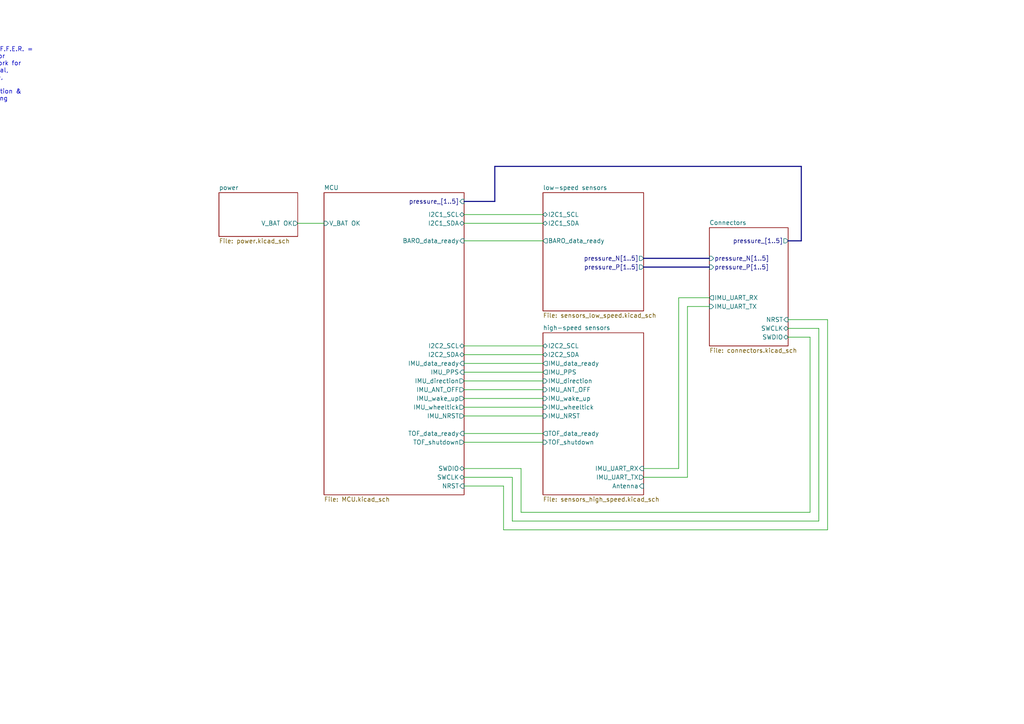
<source format=kicad_sch>
(kicad_sch
	(version 20231120)
	(generator "eeschema")
	(generator_version "8.0")
	(uuid "d28bbbff-f315-483a-a641-0ab02ae61a95")
	(paper "A4")
	(lib_symbols)
	(wire
		(pts
			(xy 134.62 110.49) (xy 157.48 110.49)
		)
		(stroke
			(width 0)
			(type default)
		)
		(uuid "02caa81e-92de-4ab1-a518-71be19ea8a94")
	)
	(wire
		(pts
			(xy 134.62 100.33) (xy 157.48 100.33)
		)
		(stroke
			(width 0)
			(type default)
		)
		(uuid "09a24865-7603-4392-97dc-1bfcb02ad121")
	)
	(wire
		(pts
			(xy 151.13 148.59) (xy 234.95 148.59)
		)
		(stroke
			(width 0)
			(type default)
		)
		(uuid "1b3413ca-1a5c-44bd-8fa1-0c1132ff261b")
	)
	(wire
		(pts
			(xy 134.62 120.65) (xy 157.48 120.65)
		)
		(stroke
			(width 0)
			(type default)
		)
		(uuid "1d5b72bc-5e7b-4b26-ac73-7d145942acff")
	)
	(wire
		(pts
			(xy 148.59 151.13) (xy 237.49 151.13)
		)
		(stroke
			(width 0)
			(type default)
		)
		(uuid "26d1a460-44fd-4771-b22d-f911a2fdc498")
	)
	(wire
		(pts
			(xy 234.95 97.79) (xy 234.95 148.59)
		)
		(stroke
			(width 0)
			(type default)
		)
		(uuid "294ff561-e9a9-44d5-8093-129368ed6874")
	)
	(wire
		(pts
			(xy 146.05 153.67) (xy 240.03 153.67)
		)
		(stroke
			(width 0)
			(type default)
		)
		(uuid "372c80e6-5570-4ea7-b046-2b5d6fc0c9cb")
	)
	(wire
		(pts
			(xy 134.62 107.95) (xy 157.48 107.95)
		)
		(stroke
			(width 0)
			(type default)
		)
		(uuid "3a009aea-8e5e-4c9c-9f92-8947f89304fe")
	)
	(bus
		(pts
			(xy 232.41 48.26) (xy 232.41 69.85)
		)
		(stroke
			(width 0)
			(type default)
		)
		(uuid "3d93120b-8455-490d-a26e-be4d14eb170c")
	)
	(wire
		(pts
			(xy 134.62 135.89) (xy 151.13 135.89)
		)
		(stroke
			(width 0)
			(type default)
		)
		(uuid "44153e70-3db4-4900-84bd-37ffb5f084d6")
	)
	(wire
		(pts
			(xy 134.62 69.85) (xy 157.48 69.85)
		)
		(stroke
			(width 0)
			(type default)
		)
		(uuid "4dcda409-63c1-40b6-b0fc-1c0616495574")
	)
	(wire
		(pts
			(xy 146.05 140.97) (xy 146.05 153.67)
		)
		(stroke
			(width 0)
			(type default)
		)
		(uuid "4dcf4148-8536-4d9f-960d-8a3fcec5b91b")
	)
	(wire
		(pts
			(xy 186.69 135.89) (xy 196.85 135.89)
		)
		(stroke
			(width 0)
			(type default)
		)
		(uuid "4f67b7ff-6fc6-4a4a-9270-624b3132b1cb")
	)
	(wire
		(pts
			(xy 228.6 97.79) (xy 234.95 97.79)
		)
		(stroke
			(width 0)
			(type default)
		)
		(uuid "5312064e-b032-4c61-b8f8-0356183ea4d9")
	)
	(wire
		(pts
			(xy 134.62 62.23) (xy 157.48 62.23)
		)
		(stroke
			(width 0)
			(type default)
		)
		(uuid "6f31f765-8ab9-4d76-b0f7-45d4140d2bb5")
	)
	(wire
		(pts
			(xy 199.39 88.9) (xy 205.74 88.9)
		)
		(stroke
			(width 0)
			(type default)
		)
		(uuid "7230a080-89f2-4a76-a0c6-dd195f3f98e9")
	)
	(wire
		(pts
			(xy 237.49 95.25) (xy 228.6 95.25)
		)
		(stroke
			(width 0)
			(type default)
		)
		(uuid "751bda6f-0dd3-46c5-b2fe-8dc016602b44")
	)
	(bus
		(pts
			(xy 143.51 48.26) (xy 232.41 48.26)
		)
		(stroke
			(width 0)
			(type default)
		)
		(uuid "78d448e8-831e-4571-b1fb-19fc40f5c0b3")
	)
	(wire
		(pts
			(xy 134.62 128.27) (xy 157.48 128.27)
		)
		(stroke
			(width 0)
			(type default)
		)
		(uuid "934ed13f-7c9e-40d8-b8f1-adef19e192df")
	)
	(bus
		(pts
			(xy 134.62 58.42) (xy 143.51 58.42)
		)
		(stroke
			(width 0)
			(type default)
		)
		(uuid "9f19ed09-28e2-4dda-a2bf-2757144f993b")
	)
	(bus
		(pts
			(xy 228.6 69.85) (xy 232.41 69.85)
		)
		(stroke
			(width 0)
			(type default)
		)
		(uuid "a0426192-00c2-4061-bc72-f9a2f0a8de69")
	)
	(wire
		(pts
			(xy 134.62 113.03) (xy 157.48 113.03)
		)
		(stroke
			(width 0)
			(type default)
		)
		(uuid "a0be96fa-4e02-42b3-b08a-3412d1fa0a56")
	)
	(wire
		(pts
			(xy 237.49 151.13) (xy 237.49 95.25)
		)
		(stroke
			(width 0)
			(type default)
		)
		(uuid "a41a0003-55fa-4bdc-86fc-baeb5634c510")
	)
	(wire
		(pts
			(xy 240.03 153.67) (xy 240.03 92.71)
		)
		(stroke
			(width 0)
			(type default)
		)
		(uuid "a50482f2-4fed-42c0-a558-7cf7a8cc66b0")
	)
	(wire
		(pts
			(xy 134.62 138.43) (xy 148.59 138.43)
		)
		(stroke
			(width 0)
			(type default)
		)
		(uuid "af883f5e-f0aa-4650-a33f-e9df82c4522f")
	)
	(wire
		(pts
			(xy 199.39 138.43) (xy 199.39 88.9)
		)
		(stroke
			(width 0)
			(type default)
		)
		(uuid "b924b375-e02e-4e95-986d-df936a024ca6")
	)
	(wire
		(pts
			(xy 134.62 102.87) (xy 157.48 102.87)
		)
		(stroke
			(width 0)
			(type default)
		)
		(uuid "b9b65b29-bfc1-489a-a4ef-f9b00120349c")
	)
	(wire
		(pts
			(xy 134.62 64.77) (xy 157.48 64.77)
		)
		(stroke
			(width 0)
			(type default)
		)
		(uuid "c265a903-8e0d-44ca-8f0b-4bd7f25db3bd")
	)
	(wire
		(pts
			(xy 134.62 125.73) (xy 157.48 125.73)
		)
		(stroke
			(width 0)
			(type default)
		)
		(uuid "ca76447e-94e4-4f1e-a879-1711b02d6020")
	)
	(bus
		(pts
			(xy 186.69 77.47) (xy 205.74 77.47)
		)
		(stroke
			(width 0)
			(type default)
		)
		(uuid "cba66eb6-3ad5-4e14-aba7-3b543532ed80")
	)
	(bus
		(pts
			(xy 143.51 58.42) (xy 143.51 48.26)
		)
		(stroke
			(width 0)
			(type default)
		)
		(uuid "cf28056d-3c07-45d0-8150-1bb706b2b07e")
	)
	(bus
		(pts
			(xy 186.69 74.93) (xy 205.74 74.93)
		)
		(stroke
			(width 0)
			(type default)
		)
		(uuid "cf2bfad8-ffc6-4287-ac4d-68ecdc8b042e")
	)
	(wire
		(pts
			(xy 134.62 115.57) (xy 157.48 115.57)
		)
		(stroke
			(width 0)
			(type default)
		)
		(uuid "d0dad445-5425-4a45-a509-8968821213ad")
	)
	(wire
		(pts
			(xy 186.69 138.43) (xy 199.39 138.43)
		)
		(stroke
			(width 0)
			(type default)
		)
		(uuid "d721b0ed-f95e-4aa5-a568-236bac936277")
	)
	(wire
		(pts
			(xy 196.85 86.36) (xy 205.74 86.36)
		)
		(stroke
			(width 0)
			(type default)
		)
		(uuid "d74f6127-b1d5-4436-aaa2-f5cf66f33f36")
	)
	(wire
		(pts
			(xy 151.13 135.89) (xy 151.13 148.59)
		)
		(stroke
			(width 0)
			(type default)
		)
		(uuid "dd38af77-eca9-4565-a85c-1146ff7b5470")
	)
	(wire
		(pts
			(xy 86.36 64.77) (xy 93.98 64.77)
		)
		(stroke
			(width 0)
			(type default)
		)
		(uuid "dd9b3fb6-f0d1-4e38-93a5-10ca1a23c952")
	)
	(wire
		(pts
			(xy 134.62 105.41) (xy 157.48 105.41)
		)
		(stroke
			(width 0)
			(type default)
		)
		(uuid "e356a215-f771-495c-b2c1-196605a809af")
	)
	(wire
		(pts
			(xy 134.62 140.97) (xy 146.05 140.97)
		)
		(stroke
			(width 0)
			(type default)
		)
		(uuid "e675a715-9b9c-431d-b6da-1d4efc055fa3")
	)
	(wire
		(pts
			(xy 196.85 135.89) (xy 196.85 86.36)
		)
		(stroke
			(width 0)
			(type default)
		)
		(uuid "e73efdc9-c11a-4ac9-8815-1358d27dc672")
	)
	(wire
		(pts
			(xy 148.59 138.43) (xy 148.59 151.13)
		)
		(stroke
			(width 0)
			(type default)
		)
		(uuid "eda49212-6bcb-4d52-b3de-2331554de2e5")
	)
	(wire
		(pts
			(xy 240.03 92.71) (xy 228.6 92.71)
		)
		(stroke
			(width 0)
			(type default)
		)
		(uuid "f7fb22f2-b808-4f6b-8453-a22e4748fbd1")
	)
	(wire
		(pts
			(xy 134.62 118.11) (xy 157.48 118.11)
		)
		(stroke
			(width 0)
			(type default)
		)
		(uuid "fe787687-ef1b-41b5-9a5a-bd4b259844d1")
	)
	(text "S.N.I.F.F.E.R. =\nSensor\nNetwork for\nInertial,\nForce,\nFlow,\nElevation &\nRouting"
		(exclude_from_sim no)
		(at -5.08 21.59 0)
		(effects
			(font
				(size 1.27 1.27)
			)
			(justify left)
		)
		(uuid "4c9d79b7-7828-4e96-a3f3-6369c7a6cd66")
	)
	(sheet
		(at 93.98 55.88)
		(size 40.64 87.63)
		(fields_autoplaced yes)
		(stroke
			(width 0.1524)
			(type solid)
		)
		(fill
			(color 0 0 0 0.0000)
		)
		(uuid "0785642b-4c0c-484d-b0e9-05c81e42b149")
		(property "Sheetname" "MCU"
			(at 93.98 55.1684 0)
			(effects
				(font
					(size 1.27 1.27)
				)
				(justify left bottom)
			)
		)
		(property "Sheetfile" "MCU.kicad_sch"
			(at 93.98 144.0946 0)
			(effects
				(font
					(size 1.27 1.27)
				)
				(justify left top)
			)
		)
		(pin "I2C2_SCL" bidirectional
			(at 134.62 100.33 0)
			(effects
				(font
					(size 1.27 1.27)
				)
				(justify right)
			)
			(uuid "83318e45-4c44-4b26-add6-afb1678dacab")
		)
		(pin "I2C2_SDA" bidirectional
			(at 134.62 102.87 0)
			(effects
				(font
					(size 1.27 1.27)
				)
				(justify right)
			)
			(uuid "f57ecab3-2904-4af7-89e6-8465c80379a4")
		)
		(pin "SWDIO" bidirectional
			(at 134.62 135.89 0)
			(effects
				(font
					(size 1.27 1.27)
				)
				(justify right)
			)
			(uuid "ccf8235f-a6b9-4414-a254-93e8c64b19a6")
		)
		(pin "I2C1_SDA" bidirectional
			(at 134.62 64.77 0)
			(effects
				(font
					(size 1.27 1.27)
				)
				(justify right)
			)
			(uuid "9a6e1688-839d-4a15-a434-1e5e7d7ed1fe")
		)
		(pin "I2C1_SCL" bidirectional
			(at 134.62 62.23 0)
			(effects
				(font
					(size 1.27 1.27)
				)
				(justify right)
			)
			(uuid "dc88e986-ba78-4fcf-a786-a69c88f7dae6")
		)
		(pin "NRST" input
			(at 134.62 140.97 0)
			(effects
				(font
					(size 1.27 1.27)
				)
				(justify right)
			)
			(uuid "f1cef808-815f-47ce-9a10-447c6e8134dd")
		)
		(pin "IMU_wheeltick" output
			(at 134.62 118.11 0)
			(effects
				(font
					(size 1.27 1.27)
				)
				(justify right)
			)
			(uuid "de91b5ce-213c-4449-b65e-9c97a1192108")
		)
		(pin "IMU_NRST" output
			(at 134.62 120.65 0)
			(effects
				(font
					(size 1.27 1.27)
				)
				(justify right)
			)
			(uuid "cedecebb-4a4d-40c5-9c13-e41c866d43a9")
		)
		(pin "TOF_data_ready" input
			(at 134.62 125.73 0)
			(effects
				(font
					(size 1.27 1.27)
				)
				(justify right)
			)
			(uuid "fec0d492-9257-4894-be74-d07376787817")
		)
		(pin "TOF_shutdown" output
			(at 134.62 128.27 0)
			(effects
				(font
					(size 1.27 1.27)
				)
				(justify right)
			)
			(uuid "e2f97e2d-d2df-4212-bcfc-9738aecd9bc6")
		)
		(pin "IMU_data_ready" input
			(at 134.62 105.41 0)
			(effects
				(font
					(size 1.27 1.27)
				)
				(justify right)
			)
			(uuid "ab5a0b35-1f59-474f-8316-bac5527161fe")
		)
		(pin "IMU_PPS" input
			(at 134.62 107.95 0)
			(effects
				(font
					(size 1.27 1.27)
				)
				(justify right)
			)
			(uuid "ff536ad1-bd31-4025-963f-67f34e224d15")
		)
		(pin "IMU_direction" output
			(at 134.62 110.49 0)
			(effects
				(font
					(size 1.27 1.27)
				)
				(justify right)
			)
			(uuid "5a26a798-74ee-442b-94ae-95aa4936f786")
		)
		(pin "IMU_ANT_OFF" output
			(at 134.62 113.03 0)
			(effects
				(font
					(size 1.27 1.27)
				)
				(justify right)
			)
			(uuid "bca3705d-4a79-41eb-a80f-a99116dca283")
		)
		(pin "IMU_wake_up" output
			(at 134.62 115.57 0)
			(effects
				(font
					(size 1.27 1.27)
				)
				(justify right)
			)
			(uuid "0425ef64-8110-48e1-a295-e6dc957137d7")
		)
		(pin "BARO_data_ready" input
			(at 134.62 69.85 0)
			(effects
				(font
					(size 1.27 1.27)
				)
				(justify right)
			)
			(uuid "fbc7902e-08aa-41b0-9d62-24f5d854350f")
		)
		(pin "V_BAT OK" input
			(at 93.98 64.77 180)
			(effects
				(font
					(size 1.27 1.27)
				)
				(justify left)
			)
			(uuid "b96abe88-7a33-48ba-83ea-2a3d97e73fb1")
		)
		(pin "SWCLK" bidirectional
			(at 134.62 138.43 0)
			(effects
				(font
					(size 1.27 1.27)
				)
				(justify right)
			)
			(uuid "c0f941f8-860a-4c6c-ba0d-9eb1edd08182")
		)
		(pin "pressure_[1..5]" input
			(at 134.62 58.42 0)
			(effects
				(font
					(size 1.27 1.27)
				)
				(justify right)
			)
			(uuid "326d823c-9047-4615-9d5f-3d685cffd7dd")
		)
		(instances
			(project "SNIFFER"
				(path "/d28bbbff-f315-483a-a641-0ab02ae61a95"
					(page "3")
				)
			)
		)
	)
	(sheet
		(at 157.48 55.88)
		(size 29.21 34.29)
		(fields_autoplaced yes)
		(stroke
			(width 0.1524)
			(type solid)
		)
		(fill
			(color 0 0 0 0.0000)
		)
		(uuid "14bd5105-f3f4-43e1-8862-1347533ff98c")
		(property "Sheetname" "low-speed sensors"
			(at 157.48 55.1684 0)
			(effects
				(font
					(size 1.27 1.27)
				)
				(justify left bottom)
			)
		)
		(property "Sheetfile" "sensors_low_speed.kicad_sch"
			(at 157.48 90.7546 0)
			(effects
				(font
					(size 1.27 1.27)
				)
				(justify left top)
			)
		)
		(pin "BARO_data_ready" output
			(at 157.48 69.85 180)
			(effects
				(font
					(size 1.27 1.27)
				)
				(justify left)
			)
			(uuid "ad7a261c-6fc9-43f6-956c-50c7a63d1a6b")
		)
		(pin "I2C1_SCL" bidirectional
			(at 157.48 62.23 180)
			(effects
				(font
					(size 1.27 1.27)
				)
				(justify left)
			)
			(uuid "7727e0d4-a72f-41e3-bc34-c77fe1b71f4a")
		)
		(pin "I2C1_SDA" bidirectional
			(at 157.48 64.77 180)
			(effects
				(font
					(size 1.27 1.27)
				)
				(justify left)
			)
			(uuid "550d9ad2-281c-4556-b4c5-580ffaf6eef3")
		)
		(pin "pressure_P[1..5]" output
			(at 186.69 77.47 0)
			(effects
				(font
					(size 1.27 1.27)
				)
				(justify right)
			)
			(uuid "d2616546-6250-40e3-aa32-91692ba25756")
		)
		(pin "pressure_N[1..5]" output
			(at 186.69 74.93 0)
			(effects
				(font
					(size 1.27 1.27)
				)
				(justify right)
			)
			(uuid "225b6b20-3710-4fb7-9479-afb6f7976a2f")
		)
		(instances
			(project "SNIFFER"
				(path "/d28bbbff-f315-483a-a641-0ab02ae61a95"
					(page "6")
				)
			)
		)
	)
	(sheet
		(at 63.5 55.88)
		(size 22.86 12.7)
		(fields_autoplaced yes)
		(stroke
			(width 0.1524)
			(type solid)
		)
		(fill
			(color 0 0 0 0.0000)
		)
		(uuid "35751d3e-bf17-4502-bf8b-8db0352616f8")
		(property "Sheetname" "power"
			(at 63.5 55.1684 0)
			(effects
				(font
					(size 1.27 1.27)
				)
				(justify left bottom)
			)
		)
		(property "Sheetfile" "power.kicad_sch"
			(at 63.5 69.1646 0)
			(effects
				(font
					(size 1.27 1.27)
				)
				(justify left top)
			)
		)
		(pin "V_BAT OK" output
			(at 86.36 64.77 0)
			(effects
				(font
					(size 1.27 1.27)
				)
				(justify right)
			)
			(uuid "aabf1ef0-8452-4643-92b8-a6f6a1b60267")
		)
		(instances
			(project "SNIFFER"
				(path "/d28bbbff-f315-483a-a641-0ab02ae61a95"
					(page "2")
				)
			)
		)
	)
	(sheet
		(at 157.48 96.52)
		(size 29.21 46.99)
		(fields_autoplaced yes)
		(stroke
			(width 0.1524)
			(type solid)
		)
		(fill
			(color 0 0 0 0.0000)
		)
		(uuid "b7aca0c5-164f-4d01-a44e-e2d2fb5f976e")
		(property "Sheetname" "high-speed sensors"
			(at 157.48 95.8084 0)
			(effects
				(font
					(size 1.27 1.27)
				)
				(justify left bottom)
			)
		)
		(property "Sheetfile" "sensors_high_speed.kicad_sch"
			(at 157.48 144.0946 0)
			(effects
				(font
					(size 1.27 1.27)
				)
				(justify left top)
			)
		)
		(pin "Antenna" input
			(at 186.69 140.97 0)
			(effects
				(font
					(size 1.27 1.27)
				)
				(justify right)
			)
			(uuid "80eafeb9-b61e-454f-bd9f-44d2e1211b5b")
		)
		(pin "I2C2_SDA" bidirectional
			(at 157.48 102.87 180)
			(effects
				(font
					(size 1.27 1.27)
				)
				(justify left)
			)
			(uuid "71fdfad7-7a17-4dd6-8c08-b6f2d3442433")
		)
		(pin "IMU_wake_up" input
			(at 157.48 115.57 180)
			(effects
				(font
					(size 1.27 1.27)
				)
				(justify left)
			)
			(uuid "8e253032-79ee-4c0b-b275-66b7a1a261b0")
		)
		(pin "IMU_wheeltick" input
			(at 157.48 118.11 180)
			(effects
				(font
					(size 1.27 1.27)
				)
				(justify left)
			)
			(uuid "5a6d2efe-9ab8-415b-83ef-afbc32b94226")
		)
		(pin "IMU_UART_RX" input
			(at 186.69 135.89 0)
			(effects
				(font
					(size 1.27 1.27)
				)
				(justify right)
			)
			(uuid "48def659-8050-4b78-82c3-892cb03cff77")
		)
		(pin "IMU_NRST" input
			(at 157.48 120.65 180)
			(effects
				(font
					(size 1.27 1.27)
				)
				(justify left)
			)
			(uuid "3f61ccf3-22f5-4a1a-8f2b-7b06abe0940a")
		)
		(pin "IMU_direction" input
			(at 157.48 110.49 180)
			(effects
				(font
					(size 1.27 1.27)
				)
				(justify left)
			)
			(uuid "3bac7f14-440b-4121-8208-d3598af664c0")
		)
		(pin "IMU_PPS" output
			(at 157.48 107.95 180)
			(effects
				(font
					(size 1.27 1.27)
				)
				(justify left)
			)
			(uuid "5667ef10-da4d-4315-bf40-7d22e5c24450")
		)
		(pin "IMU_ANT_OFF" input
			(at 157.48 113.03 180)
			(effects
				(font
					(size 1.27 1.27)
				)
				(justify left)
			)
			(uuid "e986eef0-1c2b-404f-97f3-2847689c3c64")
		)
		(pin "IMU_data_ready" output
			(at 157.48 105.41 180)
			(effects
				(font
					(size 1.27 1.27)
				)
				(justify left)
			)
			(uuid "23f12edf-37ac-4ba0-97ed-ff06da08b7e3")
		)
		(pin "I2C2_SCL" bidirectional
			(at 157.48 100.33 180)
			(effects
				(font
					(size 1.27 1.27)
				)
				(justify left)
			)
			(uuid "2a3f3b26-7174-4b46-a19f-bf324e65380f")
		)
		(pin "IMU_UART_TX" output
			(at 186.69 138.43 0)
			(effects
				(font
					(size 1.27 1.27)
				)
				(justify right)
			)
			(uuid "8b8fef36-a059-4ed3-bcc6-45e37623ffbd")
		)
		(pin "TOF_data_ready" output
			(at 157.48 125.73 180)
			(effects
				(font
					(size 1.27 1.27)
				)
				(justify left)
			)
			(uuid "a8b3dcc8-6630-4e60-8667-0df56110edc6")
		)
		(pin "TOF_shutdown" input
			(at 157.48 128.27 180)
			(effects
				(font
					(size 1.27 1.27)
				)
				(justify left)
			)
			(uuid "956efdcf-9ff0-43e4-80b7-7c78d9bab1b9")
		)
		(instances
			(project "SNIFFER"
				(path "/d28bbbff-f315-483a-a641-0ab02ae61a95"
					(page "5")
				)
			)
		)
	)
	(sheet
		(at 205.74 66.04)
		(size 22.86 34.29)
		(fields_autoplaced yes)
		(stroke
			(width 0.1524)
			(type solid)
		)
		(fill
			(color 0 0 0 0.0000)
		)
		(uuid "be551406-4450-4e9d-b475-e18402e1a05a")
		(property "Sheetname" "Connectors"
			(at 205.74 65.3284 0)
			(effects
				(font
					(size 1.27 1.27)
				)
				(justify left bottom)
			)
		)
		(property "Sheetfile" "connectors.kicad_sch"
			(at 205.74 100.9146 0)
			(effects
				(font
					(size 1.27 1.27)
				)
				(justify left top)
			)
		)
		(pin "pressure_[1..5]" output
			(at 228.6 69.85 0)
			(effects
				(font
					(size 1.27 1.27)
				)
				(justify right)
			)
			(uuid "49219f37-a3e8-4eec-9e37-ecbaf042374a")
		)
		(pin "pressure_N[1..5]" input
			(at 205.74 74.93 180)
			(effects
				(font
					(size 1.27 1.27)
				)
				(justify left)
			)
			(uuid "7bdecd85-1559-485a-aca8-91fbaa2533a5")
		)
		(pin "pressure_P[1..5]" input
			(at 205.74 77.47 180)
			(effects
				(font
					(size 1.27 1.27)
				)
				(justify left)
			)
			(uuid "147e3926-85bf-4c6f-96cb-017215e76aaf")
		)
		(pin "IMU_UART_RX" output
			(at 205.74 86.36 180)
			(effects
				(font
					(size 1.27 1.27)
				)
				(justify left)
			)
			(uuid "49671da0-0732-41a1-b402-b3a20ca3a5b0")
		)
		(pin "IMU_UART_TX" input
			(at 205.74 88.9 180)
			(effects
				(font
					(size 1.27 1.27)
				)
				(justify left)
			)
			(uuid "d37687c8-b250-49f5-a32e-90e0cc119617")
		)
		(pin "SWCLK" bidirectional
			(at 228.6 95.25 0)
			(effects
				(font
					(size 1.27 1.27)
				)
				(justify right)
			)
			(uuid "ebf9ef69-4c18-49ee-84b1-b2522374283d")
		)
		(pin "SWDIO" bidirectional
			(at 228.6 97.79 0)
			(effects
				(font
					(size 1.27 1.27)
				)
				(justify right)
			)
			(uuid "c502db30-a5ed-4c16-a0ca-cb6bf7d3846a")
		)
		(pin "NRST" input
			(at 228.6 92.71 0)
			(effects
				(font
					(size 1.27 1.27)
				)
				(justify right)
			)
			(uuid "892dd319-dd4e-4d46-a3a6-9c24f38be30c")
		)
		(instances
			(project "SNIFFER"
				(path "/d28bbbff-f315-483a-a641-0ab02ae61a95"
					(page "4")
				)
			)
		)
	)
	(sheet_instances
		(path "/"
			(page "1")
		)
	)
)

</source>
